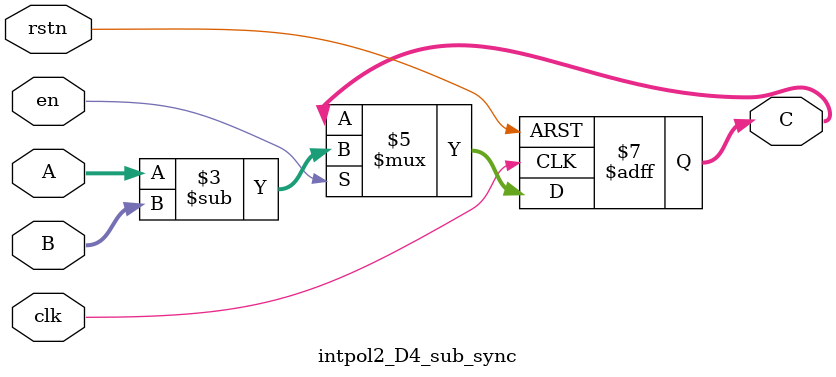
<source format=v>
module intpol2_D4_sub_sync #(
    parameter  DATAPATH_WIDTH  = 32,
    parameter  N_bits     =  2                   //N <= parte entera
)(
    input                                      clk, rstn, en,
    input       signed [DATAPATH_WIDTH+N_bits-1:0] A,
    input       signed [DATAPATH_WIDTH+N_bits-1:0] B,
    output reg  signed [DATAPATH_WIDTH+N_bits-1:0] C
);


always @(posedge clk or negedge rstn) begin
	 if(!rstn)begin
		 C = {DATAPATH_WIDTH+N_bits{1'b0}};
	 end
	 else begin
         if(en)
		    C = (A - B);
	 end
end


endmodule
</source>
